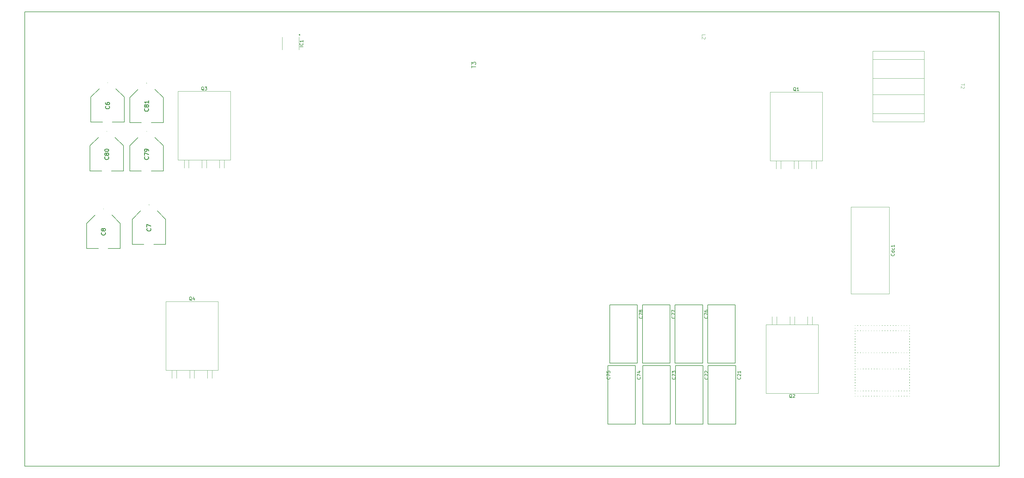
<source format=gbr>
%TF.GenerationSoftware,KiCad,Pcbnew,9.0.3*%
%TF.CreationDate,2025-09-15T08:34:33+02:00*%
%TF.ProjectId,TEST_creat_foder,54455354-5f63-4726-9561-745f666f6465,rev?*%
%TF.SameCoordinates,Original*%
%TF.FileFunction,Legend,Top*%
%TF.FilePolarity,Positive*%
%FSLAX46Y46*%
G04 Gerber Fmt 4.6, Leading zero omitted, Abs format (unit mm)*
G04 Created by KiCad (PCBNEW 9.0.3) date 2025-09-15 08:34:33*
%MOMM*%
%LPD*%
G01*
G04 APERTURE LIST*
%ADD10C,0.200000*%
%ADD11C,0.150000*%
%ADD12C,0.254000*%
%ADD13C,0.100000*%
%ADD14C,0.127000*%
%ADD15C,0.120000*%
G04 APERTURE END LIST*
D10*
X335150000Y-176350000D02*
X335110000Y-176350000D01*
X334310000Y-176350000D02*
X334270000Y-176350000D01*
X333470000Y-176350000D02*
X333430000Y-176350000D01*
X332630000Y-176350000D02*
X332590000Y-176350000D01*
X331790000Y-176350000D02*
X331750000Y-176350000D01*
X330950000Y-176350000D02*
X330910000Y-176350000D01*
X330110000Y-176350000D02*
X330070000Y-176350000D01*
X329270000Y-176350000D02*
X329230000Y-176350000D01*
X328430000Y-176350000D02*
X328390000Y-176350000D01*
X327590000Y-176350000D02*
X327550000Y-176350000D01*
X326750000Y-176350000D02*
X326710000Y-176350000D01*
X325910000Y-176350000D02*
X325870000Y-176350000D01*
X325070000Y-176350000D02*
X325030000Y-176350000D01*
X324230000Y-176350000D02*
X324190000Y-176350000D01*
X323390000Y-176350000D02*
X323350000Y-176350000D01*
X322550000Y-176350000D02*
X322510000Y-176350000D01*
X321710000Y-176350000D02*
X321670000Y-176350000D01*
X320870000Y-176350000D02*
X320830000Y-176350000D01*
X320030000Y-176350000D02*
X319990000Y-176350000D01*
X319190000Y-176350000D02*
X319150000Y-176350000D01*
X318350000Y-176350000D02*
X318350000Y-176350000D01*
X318350000Y-176350000D02*
X318350000Y-176390000D01*
X318350000Y-177190000D02*
X318350000Y-177230000D01*
X318350000Y-178030000D02*
X318350000Y-178070000D01*
X318350000Y-178870000D02*
X318350000Y-178910000D01*
X318350000Y-179710000D02*
X318350000Y-179750000D01*
X318350000Y-180550000D02*
X318350000Y-180590000D01*
X318350000Y-181390000D02*
X318350000Y-181430000D01*
X318350000Y-182230000D02*
X318350000Y-182270000D01*
X318350000Y-183070000D02*
X318350000Y-183110000D01*
X318350000Y-183910000D02*
X318350000Y-183950000D01*
X318350000Y-184750000D02*
X318350000Y-184790000D01*
X318350000Y-185590000D02*
X318350000Y-185630000D01*
X318350000Y-186430000D02*
X318350000Y-186470000D01*
X318350000Y-187270000D02*
X318350000Y-187310000D01*
X318350000Y-188110000D02*
X318350000Y-188150000D01*
X318350000Y-188950000D02*
X318350000Y-188990000D01*
X318350000Y-189790000D02*
X318350000Y-189830000D01*
X318350000Y-190630000D02*
X318350000Y-190670000D01*
X318350000Y-191470000D02*
X318350000Y-191510000D01*
X318350000Y-192310000D02*
X318350000Y-192350000D01*
X318350000Y-193150000D02*
X318350000Y-193190000D01*
X318350000Y-193990000D02*
X318350000Y-194030000D01*
X318350000Y-194830000D02*
X318350000Y-194870000D01*
X318350000Y-195670000D02*
X318350000Y-195710000D01*
X318350000Y-196510000D02*
X318350000Y-196550000D01*
X318350000Y-197350000D02*
X318350000Y-197390000D01*
X318350000Y-198150000D02*
X318390000Y-198150000D01*
X319190000Y-198150000D02*
X319230000Y-198150000D01*
X320030000Y-198150000D02*
X320070000Y-198150000D01*
X320870000Y-198150000D02*
X320910000Y-198150000D01*
X321710000Y-198150000D02*
X321750000Y-198150000D01*
X322550000Y-198150000D02*
X322590000Y-198150000D01*
X323390000Y-198150000D02*
X323430000Y-198150000D01*
X324230000Y-198150000D02*
X324270000Y-198150000D01*
X325070000Y-198150000D02*
X325110000Y-198150000D01*
X325910000Y-198150000D02*
X325950000Y-198150000D01*
X326750000Y-198150000D02*
X326790000Y-198150000D01*
X327590000Y-198150000D02*
X327630000Y-198150000D01*
X328430000Y-198150000D02*
X328470000Y-198150000D01*
X329270000Y-198150000D02*
X329310000Y-198150000D01*
X330110000Y-198150000D02*
X330150000Y-198150000D01*
X330950000Y-198150000D02*
X330990000Y-198150000D01*
X331790000Y-198150000D02*
X331830000Y-198150000D01*
X332630000Y-198150000D02*
X332670000Y-198150000D01*
X333470000Y-198150000D02*
X333510000Y-198150000D01*
X334310000Y-198150000D02*
X334350000Y-198150000D01*
X335150000Y-198150000D02*
X335150000Y-198150000D01*
X335150000Y-198150000D02*
X335150000Y-198110000D01*
X335150000Y-197310000D02*
X335150000Y-197270000D01*
X335150000Y-196470000D02*
X335150000Y-196430000D01*
X335150000Y-195630000D02*
X335150000Y-195590000D01*
X335150000Y-194790000D02*
X335150000Y-194750000D01*
X335150000Y-193950000D02*
X335150000Y-193910000D01*
X335150000Y-193110000D02*
X335150000Y-193070000D01*
X335150000Y-192270000D02*
X335150000Y-192230000D01*
X335150000Y-191430000D02*
X335150000Y-191390000D01*
X335150000Y-190590000D02*
X335150000Y-190550000D01*
X335150000Y-189750000D02*
X335150000Y-189710000D01*
X335150000Y-188910000D02*
X335150000Y-188870000D01*
X335150000Y-188070000D02*
X335150000Y-188030000D01*
X335150000Y-187230000D02*
X335150000Y-187190000D01*
X335150000Y-186390000D02*
X335150000Y-186350000D01*
X335150000Y-185550000D02*
X335150000Y-185510000D01*
X335150000Y-184710000D02*
X335150000Y-184670000D01*
X335150000Y-183870000D02*
X335150000Y-183830000D01*
X335150000Y-183030000D02*
X335150000Y-182990000D01*
X335150000Y-182190000D02*
X335150000Y-182150000D01*
X335150000Y-181350000D02*
X335150000Y-181310000D01*
X335150000Y-180510000D02*
X335150000Y-180470000D01*
X335150000Y-179670000D02*
X335150000Y-179630000D01*
X335150000Y-178830000D02*
X335150000Y-178790000D01*
X335150000Y-177990000D02*
X335150000Y-177950000D01*
X335150000Y-177150000D02*
X335150000Y-177110000D01*
X335150000Y-184750000D02*
X335110000Y-184750000D01*
X334310000Y-184750000D02*
X334270000Y-184750000D01*
X333470000Y-184750000D02*
X333430000Y-184750000D01*
X332630000Y-184750000D02*
X332590000Y-184750000D01*
X331790000Y-184750000D02*
X331750000Y-184750000D01*
X330950000Y-184750000D02*
X330910000Y-184750000D01*
X330110000Y-184750000D02*
X330070000Y-184750000D01*
X329270000Y-184750000D02*
X329230000Y-184750000D01*
X328430000Y-184750000D02*
X328390000Y-184750000D01*
X327590000Y-184750000D02*
X327550000Y-184750000D01*
X326750000Y-184750000D02*
X326710000Y-184750000D01*
X325910000Y-184750000D02*
X325870000Y-184750000D01*
X325070000Y-184750000D02*
X325030000Y-184750000D01*
X324230000Y-184750000D02*
X324190000Y-184750000D01*
X323390000Y-184750000D02*
X323350000Y-184750000D01*
X322550000Y-184750000D02*
X322510000Y-184750000D01*
X321710000Y-184750000D02*
X321670000Y-184750000D01*
X320870000Y-184750000D02*
X320830000Y-184750000D01*
X320030000Y-184750000D02*
X319990000Y-184750000D01*
X319190000Y-184750000D02*
X319150000Y-184750000D01*
X318350000Y-184750000D02*
X318350000Y-184750000D01*
X318350000Y-184750000D02*
X318350000Y-184790000D01*
X318350000Y-185590000D02*
X318350000Y-185630000D01*
X318350000Y-186430000D02*
X318350000Y-186470000D01*
X318350000Y-187270000D02*
X318350000Y-187310000D01*
X318350000Y-188110000D02*
X318350000Y-188150000D01*
X318350000Y-188950000D02*
X318350000Y-188990000D01*
X318350000Y-189750000D02*
X318390000Y-189750000D01*
X319190000Y-189750000D02*
X319230000Y-189750000D01*
X320030000Y-189750000D02*
X320070000Y-189750000D01*
X320870000Y-189750000D02*
X320910000Y-189750000D01*
X321710000Y-189750000D02*
X321750000Y-189750000D01*
X322550000Y-189750000D02*
X322590000Y-189750000D01*
X323390000Y-189750000D02*
X323430000Y-189750000D01*
X324230000Y-189750000D02*
X324270000Y-189750000D01*
X325070000Y-189750000D02*
X325110000Y-189750000D01*
X325910000Y-189750000D02*
X325950000Y-189750000D01*
X326750000Y-189750000D02*
X326790000Y-189750000D01*
X327590000Y-189750000D02*
X327630000Y-189750000D01*
X328430000Y-189750000D02*
X328470000Y-189750000D01*
X329270000Y-189750000D02*
X329310000Y-189750000D01*
X330110000Y-189750000D02*
X330150000Y-189750000D01*
X330950000Y-189750000D02*
X330990000Y-189750000D01*
X331790000Y-189750000D02*
X331830000Y-189750000D01*
X332630000Y-189750000D02*
X332670000Y-189750000D01*
X333470000Y-189750000D02*
X333510000Y-189750000D01*
X334310000Y-189750000D02*
X334350000Y-189750000D01*
X335150000Y-189750000D02*
X335150000Y-189750000D01*
X335150000Y-189750000D02*
X335150000Y-189710000D01*
X335150000Y-188910000D02*
X335150000Y-188870000D01*
X335150000Y-188070000D02*
X335150000Y-188030000D01*
X335150000Y-187230000D02*
X335150000Y-187190000D01*
X335150000Y-186390000D02*
X335150000Y-186350000D01*
X335150000Y-185550000D02*
X335150000Y-185510000D01*
X62750000Y-79750000D02*
X362750000Y-79750000D01*
X362750000Y-219750000D01*
X62750000Y-219750000D01*
X62750000Y-79750000D01*
X335150000Y-177950000D02*
X335110000Y-177950000D01*
X334310000Y-177950000D02*
X334270000Y-177950000D01*
X333470000Y-177950000D02*
X333430000Y-177950000D01*
X332630000Y-177950000D02*
X332590000Y-177950000D01*
X331790000Y-177950000D02*
X331750000Y-177950000D01*
X330950000Y-177950000D02*
X330910000Y-177950000D01*
X330110000Y-177950000D02*
X330070000Y-177950000D01*
X329270000Y-177950000D02*
X329230000Y-177950000D01*
X328430000Y-177950000D02*
X328390000Y-177950000D01*
X327590000Y-177950000D02*
X327550000Y-177950000D01*
X326750000Y-177950000D02*
X326710000Y-177950000D01*
X325910000Y-177950000D02*
X325870000Y-177950000D01*
X325070000Y-177950000D02*
X325030000Y-177950000D01*
X324230000Y-177950000D02*
X324190000Y-177950000D01*
X323390000Y-177950000D02*
X323350000Y-177950000D01*
X322550000Y-177950000D02*
X322510000Y-177950000D01*
X321710000Y-177950000D02*
X321670000Y-177950000D01*
X320870000Y-177950000D02*
X320830000Y-177950000D01*
X320030000Y-177950000D02*
X319990000Y-177950000D01*
X319190000Y-177950000D02*
X319150000Y-177950000D01*
X318350000Y-177950000D02*
X318350000Y-177950000D01*
X318350000Y-177950000D02*
X318350000Y-177990000D01*
X318350000Y-178790000D02*
X318350000Y-178830000D01*
X318350000Y-179630000D02*
X318350000Y-179670000D01*
X318350000Y-180470000D02*
X318350000Y-180510000D01*
X318350000Y-181310000D02*
X318350000Y-181350000D01*
X318350000Y-182150000D02*
X318350000Y-182190000D01*
X318350000Y-182990000D02*
X318350000Y-183030000D01*
X318350000Y-183830000D02*
X318350000Y-183870000D01*
X318350000Y-184670000D02*
X318350000Y-184710000D01*
X318350000Y-185510000D02*
X318350000Y-185550000D01*
X318350000Y-186350000D02*
X318350000Y-186390000D01*
X318350000Y-187190000D02*
X318350000Y-187230000D01*
X318350000Y-188030000D02*
X318350000Y-188070000D01*
X318350000Y-188870000D02*
X318350000Y-188910000D01*
X318350000Y-189710000D02*
X318350000Y-189750000D01*
X318350000Y-190550000D02*
X318350000Y-190590000D01*
X318350000Y-191390000D02*
X318350000Y-191430000D01*
X318350000Y-192230000D02*
X318350000Y-192270000D01*
X318350000Y-193070000D02*
X318350000Y-193110000D01*
X318350000Y-193910000D02*
X318350000Y-193950000D01*
X318350000Y-194750000D02*
X318350000Y-194790000D01*
X318350000Y-195590000D02*
X318350000Y-195630000D01*
X318350000Y-196430000D02*
X318350000Y-196470000D01*
X318350000Y-196550000D02*
X318390000Y-196550000D01*
X319190000Y-196550000D02*
X319230000Y-196550000D01*
X320030000Y-196550000D02*
X320070000Y-196550000D01*
X320870000Y-196550000D02*
X320910000Y-196550000D01*
X321710000Y-196550000D02*
X321750000Y-196550000D01*
X322550000Y-196550000D02*
X322590000Y-196550000D01*
X323390000Y-196550000D02*
X323430000Y-196550000D01*
X324230000Y-196550000D02*
X324270000Y-196550000D01*
X325070000Y-196550000D02*
X325110000Y-196550000D01*
X325910000Y-196550000D02*
X325950000Y-196550000D01*
X326750000Y-196550000D02*
X326790000Y-196550000D01*
X327590000Y-196550000D02*
X327630000Y-196550000D01*
X328430000Y-196550000D02*
X328470000Y-196550000D01*
X329270000Y-196550000D02*
X329310000Y-196550000D01*
X330110000Y-196550000D02*
X330150000Y-196550000D01*
X330950000Y-196550000D02*
X330990000Y-196550000D01*
X331790000Y-196550000D02*
X331830000Y-196550000D01*
X332630000Y-196550000D02*
X332670000Y-196550000D01*
X333470000Y-196550000D02*
X333510000Y-196550000D01*
X334310000Y-196550000D02*
X334350000Y-196550000D01*
X335150000Y-196550000D02*
X335150000Y-196550000D01*
X335150000Y-196550000D02*
X335150000Y-196510000D01*
X335150000Y-195710000D02*
X335150000Y-195670000D01*
X335150000Y-194870000D02*
X335150000Y-194830000D01*
X335150000Y-194030000D02*
X335150000Y-193990000D01*
X335150000Y-193190000D02*
X335150000Y-193150000D01*
X335150000Y-192350000D02*
X335150000Y-192310000D01*
X335150000Y-191510000D02*
X335150000Y-191470000D01*
X335150000Y-190670000D02*
X335150000Y-190630000D01*
X335150000Y-189830000D02*
X335150000Y-189790000D01*
X335150000Y-188990000D02*
X335150000Y-188950000D01*
X335150000Y-188150000D02*
X335150000Y-188110000D01*
X335150000Y-187310000D02*
X335150000Y-187270000D01*
X335150000Y-186470000D02*
X335150000Y-186430000D01*
X335150000Y-185630000D02*
X335150000Y-185590000D01*
X335150000Y-184790000D02*
X335150000Y-184750000D01*
X335150000Y-183950000D02*
X335150000Y-183910000D01*
X335150000Y-183110000D02*
X335150000Y-183070000D01*
X335150000Y-182270000D02*
X335150000Y-182230000D01*
X335150000Y-181430000D02*
X335150000Y-181390000D01*
X335150000Y-180590000D02*
X335150000Y-180550000D01*
X335150000Y-179750000D02*
X335150000Y-179710000D01*
X335150000Y-178910000D02*
X335150000Y-178870000D01*
X335150000Y-178070000D02*
X335150000Y-178030000D01*
D11*
X252794580Y-173567857D02*
X252842200Y-173615476D01*
X252842200Y-173615476D02*
X252889819Y-173758333D01*
X252889819Y-173758333D02*
X252889819Y-173853571D01*
X252889819Y-173853571D02*
X252842200Y-173996428D01*
X252842200Y-173996428D02*
X252746961Y-174091666D01*
X252746961Y-174091666D02*
X252651723Y-174139285D01*
X252651723Y-174139285D02*
X252461247Y-174186904D01*
X252461247Y-174186904D02*
X252318390Y-174186904D01*
X252318390Y-174186904D02*
X252127914Y-174139285D01*
X252127914Y-174139285D02*
X252032676Y-174091666D01*
X252032676Y-174091666D02*
X251937438Y-173996428D01*
X251937438Y-173996428D02*
X251889819Y-173853571D01*
X251889819Y-173853571D02*
X251889819Y-173758333D01*
X251889819Y-173758333D02*
X251937438Y-173615476D01*
X251937438Y-173615476D02*
X251985057Y-173567857D01*
X251889819Y-173234523D02*
X251889819Y-172567857D01*
X251889819Y-172567857D02*
X252889819Y-172996428D01*
X252318390Y-172044047D02*
X252270771Y-172139285D01*
X252270771Y-172139285D02*
X252223152Y-172186904D01*
X252223152Y-172186904D02*
X252127914Y-172234523D01*
X252127914Y-172234523D02*
X252080295Y-172234523D01*
X252080295Y-172234523D02*
X251985057Y-172186904D01*
X251985057Y-172186904D02*
X251937438Y-172139285D01*
X251937438Y-172139285D02*
X251889819Y-172044047D01*
X251889819Y-172044047D02*
X251889819Y-171853571D01*
X251889819Y-171853571D02*
X251937438Y-171758333D01*
X251937438Y-171758333D02*
X251985057Y-171710714D01*
X251985057Y-171710714D02*
X252080295Y-171663095D01*
X252080295Y-171663095D02*
X252127914Y-171663095D01*
X252127914Y-171663095D02*
X252223152Y-171710714D01*
X252223152Y-171710714D02*
X252270771Y-171758333D01*
X252270771Y-171758333D02*
X252318390Y-171853571D01*
X252318390Y-171853571D02*
X252318390Y-172044047D01*
X252318390Y-172044047D02*
X252366009Y-172139285D01*
X252366009Y-172139285D02*
X252413628Y-172186904D01*
X252413628Y-172186904D02*
X252508866Y-172234523D01*
X252508866Y-172234523D02*
X252699342Y-172234523D01*
X252699342Y-172234523D02*
X252794580Y-172186904D01*
X252794580Y-172186904D02*
X252842200Y-172139285D01*
X252842200Y-172139285D02*
X252889819Y-172044047D01*
X252889819Y-172044047D02*
X252889819Y-171853571D01*
X252889819Y-171853571D02*
X252842200Y-171758333D01*
X252842200Y-171758333D02*
X252794580Y-171710714D01*
X252794580Y-171710714D02*
X252699342Y-171663095D01*
X252699342Y-171663095D02*
X252508866Y-171663095D01*
X252508866Y-171663095D02*
X252413628Y-171710714D01*
X252413628Y-171710714D02*
X252366009Y-171758333D01*
X252366009Y-171758333D02*
X252318390Y-171853571D01*
D12*
X101453365Y-146461666D02*
X101513842Y-146522142D01*
X101513842Y-146522142D02*
X101574318Y-146703571D01*
X101574318Y-146703571D02*
X101574318Y-146824523D01*
X101574318Y-146824523D02*
X101513842Y-147005952D01*
X101513842Y-147005952D02*
X101392889Y-147126904D01*
X101392889Y-147126904D02*
X101271937Y-147187381D01*
X101271937Y-147187381D02*
X101030032Y-147247857D01*
X101030032Y-147247857D02*
X100848603Y-147247857D01*
X100848603Y-147247857D02*
X100606699Y-147187381D01*
X100606699Y-147187381D02*
X100485746Y-147126904D01*
X100485746Y-147126904D02*
X100364794Y-147005952D01*
X100364794Y-147005952D02*
X100304318Y-146824523D01*
X100304318Y-146824523D02*
X100304318Y-146703571D01*
X100304318Y-146703571D02*
X100364794Y-146522142D01*
X100364794Y-146522142D02*
X100425270Y-146461666D01*
X100304318Y-146038333D02*
X100304318Y-145191666D01*
X100304318Y-145191666D02*
X101574318Y-145735952D01*
D11*
X300154761Y-104180057D02*
X300059523Y-104132438D01*
X300059523Y-104132438D02*
X299964285Y-104037200D01*
X299964285Y-104037200D02*
X299821428Y-103894342D01*
X299821428Y-103894342D02*
X299726190Y-103846723D01*
X299726190Y-103846723D02*
X299630952Y-103846723D01*
X299678571Y-104084819D02*
X299583333Y-104037200D01*
X299583333Y-104037200D02*
X299488095Y-103941961D01*
X299488095Y-103941961D02*
X299440476Y-103751485D01*
X299440476Y-103751485D02*
X299440476Y-103418152D01*
X299440476Y-103418152D02*
X299488095Y-103227676D01*
X299488095Y-103227676D02*
X299583333Y-103132438D01*
X299583333Y-103132438D02*
X299678571Y-103084819D01*
X299678571Y-103084819D02*
X299869047Y-103084819D01*
X299869047Y-103084819D02*
X299964285Y-103132438D01*
X299964285Y-103132438D02*
X300059523Y-103227676D01*
X300059523Y-103227676D02*
X300107142Y-103418152D01*
X300107142Y-103418152D02*
X300107142Y-103751485D01*
X300107142Y-103751485D02*
X300059523Y-103941961D01*
X300059523Y-103941961D02*
X299964285Y-104037200D01*
X299964285Y-104037200D02*
X299869047Y-104084819D01*
X299869047Y-104084819D02*
X299678571Y-104084819D01*
X301059523Y-104084819D02*
X300488095Y-104084819D01*
X300773809Y-104084819D02*
X300773809Y-103084819D01*
X300773809Y-103084819D02*
X300678571Y-103227676D01*
X300678571Y-103227676D02*
X300583333Y-103322914D01*
X300583333Y-103322914D02*
X300488095Y-103370533D01*
X252194580Y-192317857D02*
X252242200Y-192365476D01*
X252242200Y-192365476D02*
X252289819Y-192508333D01*
X252289819Y-192508333D02*
X252289819Y-192603571D01*
X252289819Y-192603571D02*
X252242200Y-192746428D01*
X252242200Y-192746428D02*
X252146961Y-192841666D01*
X252146961Y-192841666D02*
X252051723Y-192889285D01*
X252051723Y-192889285D02*
X251861247Y-192936904D01*
X251861247Y-192936904D02*
X251718390Y-192936904D01*
X251718390Y-192936904D02*
X251527914Y-192889285D01*
X251527914Y-192889285D02*
X251432676Y-192841666D01*
X251432676Y-192841666D02*
X251337438Y-192746428D01*
X251337438Y-192746428D02*
X251289819Y-192603571D01*
X251289819Y-192603571D02*
X251289819Y-192508333D01*
X251289819Y-192508333D02*
X251337438Y-192365476D01*
X251337438Y-192365476D02*
X251385057Y-192317857D01*
X251289819Y-191984523D02*
X251289819Y-191317857D01*
X251289819Y-191317857D02*
X252289819Y-191746428D01*
X251623152Y-190508333D02*
X252289819Y-190508333D01*
X251242200Y-190746428D02*
X251956485Y-190984523D01*
X251956485Y-190984523D02*
X251956485Y-190365476D01*
X272894580Y-173567857D02*
X272942200Y-173615476D01*
X272942200Y-173615476D02*
X272989819Y-173758333D01*
X272989819Y-173758333D02*
X272989819Y-173853571D01*
X272989819Y-173853571D02*
X272942200Y-173996428D01*
X272942200Y-173996428D02*
X272846961Y-174091666D01*
X272846961Y-174091666D02*
X272751723Y-174139285D01*
X272751723Y-174139285D02*
X272561247Y-174186904D01*
X272561247Y-174186904D02*
X272418390Y-174186904D01*
X272418390Y-174186904D02*
X272227914Y-174139285D01*
X272227914Y-174139285D02*
X272132676Y-174091666D01*
X272132676Y-174091666D02*
X272037438Y-173996428D01*
X272037438Y-173996428D02*
X271989819Y-173853571D01*
X271989819Y-173853571D02*
X271989819Y-173758333D01*
X271989819Y-173758333D02*
X272037438Y-173615476D01*
X272037438Y-173615476D02*
X272085057Y-173567857D01*
X271989819Y-173234523D02*
X271989819Y-172567857D01*
X271989819Y-172567857D02*
X272989819Y-172996428D01*
X271989819Y-171758333D02*
X271989819Y-171948809D01*
X271989819Y-171948809D02*
X272037438Y-172044047D01*
X272037438Y-172044047D02*
X272085057Y-172091666D01*
X272085057Y-172091666D02*
X272227914Y-172186904D01*
X272227914Y-172186904D02*
X272418390Y-172234523D01*
X272418390Y-172234523D02*
X272799342Y-172234523D01*
X272799342Y-172234523D02*
X272894580Y-172186904D01*
X272894580Y-172186904D02*
X272942200Y-172139285D01*
X272942200Y-172139285D02*
X272989819Y-172044047D01*
X272989819Y-172044047D02*
X272989819Y-171853571D01*
X272989819Y-171853571D02*
X272942200Y-171758333D01*
X272942200Y-171758333D02*
X272894580Y-171710714D01*
X272894580Y-171710714D02*
X272799342Y-171663095D01*
X272799342Y-171663095D02*
X272561247Y-171663095D01*
X272561247Y-171663095D02*
X272466009Y-171710714D01*
X272466009Y-171710714D02*
X272418390Y-171758333D01*
X272418390Y-171758333D02*
X272370771Y-171853571D01*
X272370771Y-171853571D02*
X272370771Y-172044047D01*
X272370771Y-172044047D02*
X272418390Y-172139285D01*
X272418390Y-172139285D02*
X272466009Y-172186904D01*
X272466009Y-172186904D02*
X272561247Y-172234523D01*
D12*
X100703365Y-109566428D02*
X100763842Y-109626904D01*
X100763842Y-109626904D02*
X100824318Y-109808333D01*
X100824318Y-109808333D02*
X100824318Y-109929285D01*
X100824318Y-109929285D02*
X100763842Y-110110714D01*
X100763842Y-110110714D02*
X100642889Y-110231666D01*
X100642889Y-110231666D02*
X100521937Y-110292143D01*
X100521937Y-110292143D02*
X100280032Y-110352619D01*
X100280032Y-110352619D02*
X100098603Y-110352619D01*
X100098603Y-110352619D02*
X99856699Y-110292143D01*
X99856699Y-110292143D02*
X99735746Y-110231666D01*
X99735746Y-110231666D02*
X99614794Y-110110714D01*
X99614794Y-110110714D02*
X99554318Y-109929285D01*
X99554318Y-109929285D02*
X99554318Y-109808333D01*
X99554318Y-109808333D02*
X99614794Y-109626904D01*
X99614794Y-109626904D02*
X99675270Y-109566428D01*
X100098603Y-108840714D02*
X100038127Y-108961666D01*
X100038127Y-108961666D02*
X99977651Y-109022143D01*
X99977651Y-109022143D02*
X99856699Y-109082619D01*
X99856699Y-109082619D02*
X99796222Y-109082619D01*
X99796222Y-109082619D02*
X99675270Y-109022143D01*
X99675270Y-109022143D02*
X99614794Y-108961666D01*
X99614794Y-108961666D02*
X99554318Y-108840714D01*
X99554318Y-108840714D02*
X99554318Y-108598809D01*
X99554318Y-108598809D02*
X99614794Y-108477857D01*
X99614794Y-108477857D02*
X99675270Y-108417381D01*
X99675270Y-108417381D02*
X99796222Y-108356904D01*
X99796222Y-108356904D02*
X99856699Y-108356904D01*
X99856699Y-108356904D02*
X99977651Y-108417381D01*
X99977651Y-108417381D02*
X100038127Y-108477857D01*
X100038127Y-108477857D02*
X100098603Y-108598809D01*
X100098603Y-108598809D02*
X100098603Y-108840714D01*
X100098603Y-108840714D02*
X100159080Y-108961666D01*
X100159080Y-108961666D02*
X100219556Y-109022143D01*
X100219556Y-109022143D02*
X100340508Y-109082619D01*
X100340508Y-109082619D02*
X100582413Y-109082619D01*
X100582413Y-109082619D02*
X100703365Y-109022143D01*
X100703365Y-109022143D02*
X100763842Y-108961666D01*
X100763842Y-108961666D02*
X100824318Y-108840714D01*
X100824318Y-108840714D02*
X100824318Y-108598809D01*
X100824318Y-108598809D02*
X100763842Y-108477857D01*
X100763842Y-108477857D02*
X100703365Y-108417381D01*
X100703365Y-108417381D02*
X100582413Y-108356904D01*
X100582413Y-108356904D02*
X100340508Y-108356904D01*
X100340508Y-108356904D02*
X100219556Y-108417381D01*
X100219556Y-108417381D02*
X100159080Y-108477857D01*
X100159080Y-108477857D02*
X100098603Y-108598809D01*
X100824318Y-107147380D02*
X100824318Y-107873095D01*
X100824318Y-107510238D02*
X99554318Y-107510238D01*
X99554318Y-107510238D02*
X99735746Y-107631190D01*
X99735746Y-107631190D02*
X99856699Y-107752142D01*
X99856699Y-107752142D02*
X99917175Y-107873095D01*
X100703365Y-124416428D02*
X100763842Y-124476904D01*
X100763842Y-124476904D02*
X100824318Y-124658333D01*
X100824318Y-124658333D02*
X100824318Y-124779285D01*
X100824318Y-124779285D02*
X100763842Y-124960714D01*
X100763842Y-124960714D02*
X100642889Y-125081666D01*
X100642889Y-125081666D02*
X100521937Y-125142143D01*
X100521937Y-125142143D02*
X100280032Y-125202619D01*
X100280032Y-125202619D02*
X100098603Y-125202619D01*
X100098603Y-125202619D02*
X99856699Y-125142143D01*
X99856699Y-125142143D02*
X99735746Y-125081666D01*
X99735746Y-125081666D02*
X99614794Y-124960714D01*
X99614794Y-124960714D02*
X99554318Y-124779285D01*
X99554318Y-124779285D02*
X99554318Y-124658333D01*
X99554318Y-124658333D02*
X99614794Y-124476904D01*
X99614794Y-124476904D02*
X99675270Y-124416428D01*
X99554318Y-123993095D02*
X99554318Y-123146428D01*
X99554318Y-123146428D02*
X100824318Y-123690714D01*
X100824318Y-122602142D02*
X100824318Y-122360238D01*
X100824318Y-122360238D02*
X100763842Y-122239285D01*
X100763842Y-122239285D02*
X100703365Y-122178809D01*
X100703365Y-122178809D02*
X100521937Y-122057857D01*
X100521937Y-122057857D02*
X100280032Y-121997380D01*
X100280032Y-121997380D02*
X99796222Y-121997380D01*
X99796222Y-121997380D02*
X99675270Y-122057857D01*
X99675270Y-122057857D02*
X99614794Y-122118333D01*
X99614794Y-122118333D02*
X99554318Y-122239285D01*
X99554318Y-122239285D02*
X99554318Y-122481190D01*
X99554318Y-122481190D02*
X99614794Y-122602142D01*
X99614794Y-122602142D02*
X99675270Y-122662619D01*
X99675270Y-122662619D02*
X99796222Y-122723095D01*
X99796222Y-122723095D02*
X100098603Y-122723095D01*
X100098603Y-122723095D02*
X100219556Y-122662619D01*
X100219556Y-122662619D02*
X100280032Y-122602142D01*
X100280032Y-122602142D02*
X100340508Y-122481190D01*
X100340508Y-122481190D02*
X100340508Y-122239285D01*
X100340508Y-122239285D02*
X100280032Y-122118333D01*
X100280032Y-122118333D02*
X100219556Y-122057857D01*
X100219556Y-122057857D02*
X100098603Y-121997380D01*
D11*
X148449819Y-90501189D02*
X147449819Y-90501189D01*
X148354580Y-89453571D02*
X148402200Y-89501190D01*
X148402200Y-89501190D02*
X148449819Y-89644047D01*
X148449819Y-89644047D02*
X148449819Y-89739285D01*
X148449819Y-89739285D02*
X148402200Y-89882142D01*
X148402200Y-89882142D02*
X148306961Y-89977380D01*
X148306961Y-89977380D02*
X148211723Y-90024999D01*
X148211723Y-90024999D02*
X148021247Y-90072618D01*
X148021247Y-90072618D02*
X147878390Y-90072618D01*
X147878390Y-90072618D02*
X147687914Y-90024999D01*
X147687914Y-90024999D02*
X147592676Y-89977380D01*
X147592676Y-89977380D02*
X147497438Y-89882142D01*
X147497438Y-89882142D02*
X147449819Y-89739285D01*
X147449819Y-89739285D02*
X147449819Y-89644047D01*
X147449819Y-89644047D02*
X147497438Y-89501190D01*
X147497438Y-89501190D02*
X147545057Y-89453571D01*
X148449819Y-88501190D02*
X148449819Y-89072618D01*
X148449819Y-88786904D02*
X147449819Y-88786904D01*
X147449819Y-88786904D02*
X147592676Y-88882142D01*
X147592676Y-88882142D02*
X147687914Y-88977380D01*
X147687914Y-88977380D02*
X147735533Y-89072618D01*
X117904761Y-103960057D02*
X117809523Y-103912438D01*
X117809523Y-103912438D02*
X117714285Y-103817200D01*
X117714285Y-103817200D02*
X117571428Y-103674342D01*
X117571428Y-103674342D02*
X117476190Y-103626723D01*
X117476190Y-103626723D02*
X117380952Y-103626723D01*
X117428571Y-103864819D02*
X117333333Y-103817200D01*
X117333333Y-103817200D02*
X117238095Y-103721961D01*
X117238095Y-103721961D02*
X117190476Y-103531485D01*
X117190476Y-103531485D02*
X117190476Y-103198152D01*
X117190476Y-103198152D02*
X117238095Y-103007676D01*
X117238095Y-103007676D02*
X117333333Y-102912438D01*
X117333333Y-102912438D02*
X117428571Y-102864819D01*
X117428571Y-102864819D02*
X117619047Y-102864819D01*
X117619047Y-102864819D02*
X117714285Y-102912438D01*
X117714285Y-102912438D02*
X117809523Y-103007676D01*
X117809523Y-103007676D02*
X117857142Y-103198152D01*
X117857142Y-103198152D02*
X117857142Y-103531485D01*
X117857142Y-103531485D02*
X117809523Y-103721961D01*
X117809523Y-103721961D02*
X117714285Y-103817200D01*
X117714285Y-103817200D02*
X117619047Y-103864819D01*
X117619047Y-103864819D02*
X117428571Y-103864819D01*
X118190476Y-102864819D02*
X118809523Y-102864819D01*
X118809523Y-102864819D02*
X118476190Y-103245771D01*
X118476190Y-103245771D02*
X118619047Y-103245771D01*
X118619047Y-103245771D02*
X118714285Y-103293390D01*
X118714285Y-103293390D02*
X118761904Y-103341009D01*
X118761904Y-103341009D02*
X118809523Y-103436247D01*
X118809523Y-103436247D02*
X118809523Y-103674342D01*
X118809523Y-103674342D02*
X118761904Y-103769580D01*
X118761904Y-103769580D02*
X118714285Y-103817200D01*
X118714285Y-103817200D02*
X118619047Y-103864819D01*
X118619047Y-103864819D02*
X118333333Y-103864819D01*
X118333333Y-103864819D02*
X118238095Y-103817200D01*
X118238095Y-103817200D02*
X118190476Y-103769580D01*
D12*
X88453365Y-124416428D02*
X88513842Y-124476904D01*
X88513842Y-124476904D02*
X88574318Y-124658333D01*
X88574318Y-124658333D02*
X88574318Y-124779285D01*
X88574318Y-124779285D02*
X88513842Y-124960714D01*
X88513842Y-124960714D02*
X88392889Y-125081666D01*
X88392889Y-125081666D02*
X88271937Y-125142143D01*
X88271937Y-125142143D02*
X88030032Y-125202619D01*
X88030032Y-125202619D02*
X87848603Y-125202619D01*
X87848603Y-125202619D02*
X87606699Y-125142143D01*
X87606699Y-125142143D02*
X87485746Y-125081666D01*
X87485746Y-125081666D02*
X87364794Y-124960714D01*
X87364794Y-124960714D02*
X87304318Y-124779285D01*
X87304318Y-124779285D02*
X87304318Y-124658333D01*
X87304318Y-124658333D02*
X87364794Y-124476904D01*
X87364794Y-124476904D02*
X87425270Y-124416428D01*
X87848603Y-123690714D02*
X87788127Y-123811666D01*
X87788127Y-123811666D02*
X87727651Y-123872143D01*
X87727651Y-123872143D02*
X87606699Y-123932619D01*
X87606699Y-123932619D02*
X87546222Y-123932619D01*
X87546222Y-123932619D02*
X87425270Y-123872143D01*
X87425270Y-123872143D02*
X87364794Y-123811666D01*
X87364794Y-123811666D02*
X87304318Y-123690714D01*
X87304318Y-123690714D02*
X87304318Y-123448809D01*
X87304318Y-123448809D02*
X87364794Y-123327857D01*
X87364794Y-123327857D02*
X87425270Y-123267381D01*
X87425270Y-123267381D02*
X87546222Y-123206904D01*
X87546222Y-123206904D02*
X87606699Y-123206904D01*
X87606699Y-123206904D02*
X87727651Y-123267381D01*
X87727651Y-123267381D02*
X87788127Y-123327857D01*
X87788127Y-123327857D02*
X87848603Y-123448809D01*
X87848603Y-123448809D02*
X87848603Y-123690714D01*
X87848603Y-123690714D02*
X87909080Y-123811666D01*
X87909080Y-123811666D02*
X87969556Y-123872143D01*
X87969556Y-123872143D02*
X88090508Y-123932619D01*
X88090508Y-123932619D02*
X88332413Y-123932619D01*
X88332413Y-123932619D02*
X88453365Y-123872143D01*
X88453365Y-123872143D02*
X88513842Y-123811666D01*
X88513842Y-123811666D02*
X88574318Y-123690714D01*
X88574318Y-123690714D02*
X88574318Y-123448809D01*
X88574318Y-123448809D02*
X88513842Y-123327857D01*
X88513842Y-123327857D02*
X88453365Y-123267381D01*
X88453365Y-123267381D02*
X88332413Y-123206904D01*
X88332413Y-123206904D02*
X88090508Y-123206904D01*
X88090508Y-123206904D02*
X87969556Y-123267381D01*
X87969556Y-123267381D02*
X87909080Y-123327857D01*
X87909080Y-123327857D02*
X87848603Y-123448809D01*
X87304318Y-122420714D02*
X87304318Y-122299761D01*
X87304318Y-122299761D02*
X87364794Y-122178809D01*
X87364794Y-122178809D02*
X87425270Y-122118333D01*
X87425270Y-122118333D02*
X87546222Y-122057857D01*
X87546222Y-122057857D02*
X87788127Y-121997380D01*
X87788127Y-121997380D02*
X88090508Y-121997380D01*
X88090508Y-121997380D02*
X88332413Y-122057857D01*
X88332413Y-122057857D02*
X88453365Y-122118333D01*
X88453365Y-122118333D02*
X88513842Y-122178809D01*
X88513842Y-122178809D02*
X88574318Y-122299761D01*
X88574318Y-122299761D02*
X88574318Y-122420714D01*
X88574318Y-122420714D02*
X88513842Y-122541666D01*
X88513842Y-122541666D02*
X88453365Y-122602142D01*
X88453365Y-122602142D02*
X88332413Y-122662619D01*
X88332413Y-122662619D02*
X88090508Y-122723095D01*
X88090508Y-122723095D02*
X87788127Y-122723095D01*
X87788127Y-122723095D02*
X87546222Y-122662619D01*
X87546222Y-122662619D02*
X87425270Y-122602142D01*
X87425270Y-122602142D02*
X87364794Y-122541666D01*
X87364794Y-122541666D02*
X87304318Y-122420714D01*
D11*
X330359580Y-154297619D02*
X330407200Y-154345238D01*
X330407200Y-154345238D02*
X330454819Y-154488095D01*
X330454819Y-154488095D02*
X330454819Y-154583333D01*
X330454819Y-154583333D02*
X330407200Y-154726190D01*
X330407200Y-154726190D02*
X330311961Y-154821428D01*
X330311961Y-154821428D02*
X330216723Y-154869047D01*
X330216723Y-154869047D02*
X330026247Y-154916666D01*
X330026247Y-154916666D02*
X329883390Y-154916666D01*
X329883390Y-154916666D02*
X329692914Y-154869047D01*
X329692914Y-154869047D02*
X329597676Y-154821428D01*
X329597676Y-154821428D02*
X329502438Y-154726190D01*
X329502438Y-154726190D02*
X329454819Y-154583333D01*
X329454819Y-154583333D02*
X329454819Y-154488095D01*
X329454819Y-154488095D02*
X329502438Y-154345238D01*
X329502438Y-154345238D02*
X329550057Y-154297619D01*
X330454819Y-153440476D02*
X329454819Y-153440476D01*
X330407200Y-153440476D02*
X330454819Y-153535714D01*
X330454819Y-153535714D02*
X330454819Y-153726190D01*
X330454819Y-153726190D02*
X330407200Y-153821428D01*
X330407200Y-153821428D02*
X330359580Y-153869047D01*
X330359580Y-153869047D02*
X330264342Y-153916666D01*
X330264342Y-153916666D02*
X329978628Y-153916666D01*
X329978628Y-153916666D02*
X329883390Y-153869047D01*
X329883390Y-153869047D02*
X329835771Y-153821428D01*
X329835771Y-153821428D02*
X329788152Y-153726190D01*
X329788152Y-153726190D02*
X329788152Y-153535714D01*
X329788152Y-153535714D02*
X329835771Y-153440476D01*
X330407200Y-152535714D02*
X330454819Y-152630952D01*
X330454819Y-152630952D02*
X330454819Y-152821428D01*
X330454819Y-152821428D02*
X330407200Y-152916666D01*
X330407200Y-152916666D02*
X330359580Y-152964285D01*
X330359580Y-152964285D02*
X330264342Y-153011904D01*
X330264342Y-153011904D02*
X329978628Y-153011904D01*
X329978628Y-153011904D02*
X329883390Y-152964285D01*
X329883390Y-152964285D02*
X329835771Y-152916666D01*
X329835771Y-152916666D02*
X329788152Y-152821428D01*
X329788152Y-152821428D02*
X329788152Y-152630952D01*
X329788152Y-152630952D02*
X329835771Y-152535714D01*
X330454819Y-151583333D02*
X330454819Y-152154761D01*
X330454819Y-151869047D02*
X329454819Y-151869047D01*
X329454819Y-151869047D02*
X329597676Y-151964285D01*
X329597676Y-151964285D02*
X329692914Y-152059523D01*
X329692914Y-152059523D02*
X329740533Y-152154761D01*
X262844580Y-173567857D02*
X262892200Y-173615476D01*
X262892200Y-173615476D02*
X262939819Y-173758333D01*
X262939819Y-173758333D02*
X262939819Y-173853571D01*
X262939819Y-173853571D02*
X262892200Y-173996428D01*
X262892200Y-173996428D02*
X262796961Y-174091666D01*
X262796961Y-174091666D02*
X262701723Y-174139285D01*
X262701723Y-174139285D02*
X262511247Y-174186904D01*
X262511247Y-174186904D02*
X262368390Y-174186904D01*
X262368390Y-174186904D02*
X262177914Y-174139285D01*
X262177914Y-174139285D02*
X262082676Y-174091666D01*
X262082676Y-174091666D02*
X261987438Y-173996428D01*
X261987438Y-173996428D02*
X261939819Y-173853571D01*
X261939819Y-173853571D02*
X261939819Y-173758333D01*
X261939819Y-173758333D02*
X261987438Y-173615476D01*
X261987438Y-173615476D02*
X262035057Y-173567857D01*
X261939819Y-173234523D02*
X261939819Y-172567857D01*
X261939819Y-172567857D02*
X262939819Y-172996428D01*
X261939819Y-172282142D02*
X261939819Y-171615476D01*
X261939819Y-171615476D02*
X262939819Y-172044047D01*
X272994580Y-192317857D02*
X273042200Y-192365476D01*
X273042200Y-192365476D02*
X273089819Y-192508333D01*
X273089819Y-192508333D02*
X273089819Y-192603571D01*
X273089819Y-192603571D02*
X273042200Y-192746428D01*
X273042200Y-192746428D02*
X272946961Y-192841666D01*
X272946961Y-192841666D02*
X272851723Y-192889285D01*
X272851723Y-192889285D02*
X272661247Y-192936904D01*
X272661247Y-192936904D02*
X272518390Y-192936904D01*
X272518390Y-192936904D02*
X272327914Y-192889285D01*
X272327914Y-192889285D02*
X272232676Y-192841666D01*
X272232676Y-192841666D02*
X272137438Y-192746428D01*
X272137438Y-192746428D02*
X272089819Y-192603571D01*
X272089819Y-192603571D02*
X272089819Y-192508333D01*
X272089819Y-192508333D02*
X272137438Y-192365476D01*
X272137438Y-192365476D02*
X272185057Y-192317857D01*
X272089819Y-191984523D02*
X272089819Y-191317857D01*
X272089819Y-191317857D02*
X273089819Y-191746428D01*
X272185057Y-190984523D02*
X272137438Y-190936904D01*
X272137438Y-190936904D02*
X272089819Y-190841666D01*
X272089819Y-190841666D02*
X272089819Y-190603571D01*
X272089819Y-190603571D02*
X272137438Y-190508333D01*
X272137438Y-190508333D02*
X272185057Y-190460714D01*
X272185057Y-190460714D02*
X272280295Y-190413095D01*
X272280295Y-190413095D02*
X272375533Y-190413095D01*
X272375533Y-190413095D02*
X272518390Y-190460714D01*
X272518390Y-190460714D02*
X273089819Y-191032142D01*
X273089819Y-191032142D02*
X273089819Y-190413095D01*
X114154761Y-168680057D02*
X114059523Y-168632438D01*
X114059523Y-168632438D02*
X113964285Y-168537200D01*
X113964285Y-168537200D02*
X113821428Y-168394342D01*
X113821428Y-168394342D02*
X113726190Y-168346723D01*
X113726190Y-168346723D02*
X113630952Y-168346723D01*
X113678571Y-168584819D02*
X113583333Y-168537200D01*
X113583333Y-168537200D02*
X113488095Y-168441961D01*
X113488095Y-168441961D02*
X113440476Y-168251485D01*
X113440476Y-168251485D02*
X113440476Y-167918152D01*
X113440476Y-167918152D02*
X113488095Y-167727676D01*
X113488095Y-167727676D02*
X113583333Y-167632438D01*
X113583333Y-167632438D02*
X113678571Y-167584819D01*
X113678571Y-167584819D02*
X113869047Y-167584819D01*
X113869047Y-167584819D02*
X113964285Y-167632438D01*
X113964285Y-167632438D02*
X114059523Y-167727676D01*
X114059523Y-167727676D02*
X114107142Y-167918152D01*
X114107142Y-167918152D02*
X114107142Y-168251485D01*
X114107142Y-168251485D02*
X114059523Y-168441961D01*
X114059523Y-168441961D02*
X113964285Y-168537200D01*
X113964285Y-168537200D02*
X113869047Y-168584819D01*
X113869047Y-168584819D02*
X113678571Y-168584819D01*
X114964285Y-167918152D02*
X114964285Y-168584819D01*
X114726190Y-167537200D02*
X114488095Y-168251485D01*
X114488095Y-168251485D02*
X115107142Y-168251485D01*
X200309726Y-97042618D02*
X200309726Y-96316904D01*
X201579726Y-96679761D02*
X200309726Y-96679761D01*
X200309726Y-96014523D02*
X200309726Y-95228332D01*
X200309726Y-95228332D02*
X200793535Y-95651666D01*
X200793535Y-95651666D02*
X200793535Y-95470237D01*
X200793535Y-95470237D02*
X200854011Y-95349285D01*
X200854011Y-95349285D02*
X200914488Y-95288809D01*
X200914488Y-95288809D02*
X201035440Y-95228332D01*
X201035440Y-95228332D02*
X201337821Y-95228332D01*
X201337821Y-95228332D02*
X201458773Y-95288809D01*
X201458773Y-95288809D02*
X201519250Y-95349285D01*
X201519250Y-95349285D02*
X201579726Y-95470237D01*
X201579726Y-95470237D02*
X201579726Y-95833094D01*
X201579726Y-95833094D02*
X201519250Y-95954047D01*
X201519250Y-95954047D02*
X201458773Y-96014523D01*
D12*
X88703365Y-108811666D02*
X88763842Y-108872142D01*
X88763842Y-108872142D02*
X88824318Y-109053571D01*
X88824318Y-109053571D02*
X88824318Y-109174523D01*
X88824318Y-109174523D02*
X88763842Y-109355952D01*
X88763842Y-109355952D02*
X88642889Y-109476904D01*
X88642889Y-109476904D02*
X88521937Y-109537381D01*
X88521937Y-109537381D02*
X88280032Y-109597857D01*
X88280032Y-109597857D02*
X88098603Y-109597857D01*
X88098603Y-109597857D02*
X87856699Y-109537381D01*
X87856699Y-109537381D02*
X87735746Y-109476904D01*
X87735746Y-109476904D02*
X87614794Y-109355952D01*
X87614794Y-109355952D02*
X87554318Y-109174523D01*
X87554318Y-109174523D02*
X87554318Y-109053571D01*
X87554318Y-109053571D02*
X87614794Y-108872142D01*
X87614794Y-108872142D02*
X87675270Y-108811666D01*
X87554318Y-107723095D02*
X87554318Y-107965000D01*
X87554318Y-107965000D02*
X87614794Y-108085952D01*
X87614794Y-108085952D02*
X87675270Y-108146428D01*
X87675270Y-108146428D02*
X87856699Y-108267381D01*
X87856699Y-108267381D02*
X88098603Y-108327857D01*
X88098603Y-108327857D02*
X88582413Y-108327857D01*
X88582413Y-108327857D02*
X88703365Y-108267381D01*
X88703365Y-108267381D02*
X88763842Y-108206904D01*
X88763842Y-108206904D02*
X88824318Y-108085952D01*
X88824318Y-108085952D02*
X88824318Y-107844047D01*
X88824318Y-107844047D02*
X88763842Y-107723095D01*
X88763842Y-107723095D02*
X88703365Y-107662619D01*
X88703365Y-107662619D02*
X88582413Y-107602142D01*
X88582413Y-107602142D02*
X88280032Y-107602142D01*
X88280032Y-107602142D02*
X88159080Y-107662619D01*
X88159080Y-107662619D02*
X88098603Y-107723095D01*
X88098603Y-107723095D02*
X88038127Y-107844047D01*
X88038127Y-107844047D02*
X88038127Y-108085952D01*
X88038127Y-108085952D02*
X88098603Y-108206904D01*
X88098603Y-108206904D02*
X88159080Y-108267381D01*
X88159080Y-108267381D02*
X88280032Y-108327857D01*
D13*
X271242580Y-87258333D02*
X271242580Y-86782143D01*
X271242580Y-86782143D02*
X272242580Y-86782143D01*
X272147342Y-87544048D02*
X272194961Y-87591667D01*
X272194961Y-87591667D02*
X272242580Y-87686905D01*
X272242580Y-87686905D02*
X272242580Y-87925000D01*
X272242580Y-87925000D02*
X272194961Y-88020238D01*
X272194961Y-88020238D02*
X272147342Y-88067857D01*
X272147342Y-88067857D02*
X272052104Y-88115476D01*
X272052104Y-88115476D02*
X271956866Y-88115476D01*
X271956866Y-88115476D02*
X271814009Y-88067857D01*
X271814009Y-88067857D02*
X271242580Y-87496429D01*
X271242580Y-87496429D02*
X271242580Y-88115476D01*
D12*
X87453365Y-147711666D02*
X87513842Y-147772142D01*
X87513842Y-147772142D02*
X87574318Y-147953571D01*
X87574318Y-147953571D02*
X87574318Y-148074523D01*
X87574318Y-148074523D02*
X87513842Y-148255952D01*
X87513842Y-148255952D02*
X87392889Y-148376904D01*
X87392889Y-148376904D02*
X87271937Y-148437381D01*
X87271937Y-148437381D02*
X87030032Y-148497857D01*
X87030032Y-148497857D02*
X86848603Y-148497857D01*
X86848603Y-148497857D02*
X86606699Y-148437381D01*
X86606699Y-148437381D02*
X86485746Y-148376904D01*
X86485746Y-148376904D02*
X86364794Y-148255952D01*
X86364794Y-148255952D02*
X86304318Y-148074523D01*
X86304318Y-148074523D02*
X86304318Y-147953571D01*
X86304318Y-147953571D02*
X86364794Y-147772142D01*
X86364794Y-147772142D02*
X86425270Y-147711666D01*
X86848603Y-146985952D02*
X86788127Y-147106904D01*
X86788127Y-147106904D02*
X86727651Y-147167381D01*
X86727651Y-147167381D02*
X86606699Y-147227857D01*
X86606699Y-147227857D02*
X86546222Y-147227857D01*
X86546222Y-147227857D02*
X86425270Y-147167381D01*
X86425270Y-147167381D02*
X86364794Y-147106904D01*
X86364794Y-147106904D02*
X86304318Y-146985952D01*
X86304318Y-146985952D02*
X86304318Y-146744047D01*
X86304318Y-146744047D02*
X86364794Y-146623095D01*
X86364794Y-146623095D02*
X86425270Y-146562619D01*
X86425270Y-146562619D02*
X86546222Y-146502142D01*
X86546222Y-146502142D02*
X86606699Y-146502142D01*
X86606699Y-146502142D02*
X86727651Y-146562619D01*
X86727651Y-146562619D02*
X86788127Y-146623095D01*
X86788127Y-146623095D02*
X86848603Y-146744047D01*
X86848603Y-146744047D02*
X86848603Y-146985952D01*
X86848603Y-146985952D02*
X86909080Y-147106904D01*
X86909080Y-147106904D02*
X86969556Y-147167381D01*
X86969556Y-147167381D02*
X87090508Y-147227857D01*
X87090508Y-147227857D02*
X87332413Y-147227857D01*
X87332413Y-147227857D02*
X87453365Y-147167381D01*
X87453365Y-147167381D02*
X87513842Y-147106904D01*
X87513842Y-147106904D02*
X87574318Y-146985952D01*
X87574318Y-146985952D02*
X87574318Y-146744047D01*
X87574318Y-146744047D02*
X87513842Y-146623095D01*
X87513842Y-146623095D02*
X87453365Y-146562619D01*
X87453365Y-146562619D02*
X87332413Y-146502142D01*
X87332413Y-146502142D02*
X87090508Y-146502142D01*
X87090508Y-146502142D02*
X86969556Y-146562619D01*
X86969556Y-146562619D02*
X86909080Y-146623095D01*
X86909080Y-146623095D02*
X86848603Y-146744047D01*
D11*
X298904761Y-198670057D02*
X298809523Y-198622438D01*
X298809523Y-198622438D02*
X298714285Y-198527200D01*
X298714285Y-198527200D02*
X298571428Y-198384342D01*
X298571428Y-198384342D02*
X298476190Y-198336723D01*
X298476190Y-198336723D02*
X298380952Y-198336723D01*
X298428571Y-198574819D02*
X298333333Y-198527200D01*
X298333333Y-198527200D02*
X298238095Y-198431961D01*
X298238095Y-198431961D02*
X298190476Y-198241485D01*
X298190476Y-198241485D02*
X298190476Y-197908152D01*
X298190476Y-197908152D02*
X298238095Y-197717676D01*
X298238095Y-197717676D02*
X298333333Y-197622438D01*
X298333333Y-197622438D02*
X298428571Y-197574819D01*
X298428571Y-197574819D02*
X298619047Y-197574819D01*
X298619047Y-197574819D02*
X298714285Y-197622438D01*
X298714285Y-197622438D02*
X298809523Y-197717676D01*
X298809523Y-197717676D02*
X298857142Y-197908152D01*
X298857142Y-197908152D02*
X298857142Y-198241485D01*
X298857142Y-198241485D02*
X298809523Y-198431961D01*
X298809523Y-198431961D02*
X298714285Y-198527200D01*
X298714285Y-198527200D02*
X298619047Y-198574819D01*
X298619047Y-198574819D02*
X298428571Y-198574819D01*
X299238095Y-197670057D02*
X299285714Y-197622438D01*
X299285714Y-197622438D02*
X299380952Y-197574819D01*
X299380952Y-197574819D02*
X299619047Y-197574819D01*
X299619047Y-197574819D02*
X299714285Y-197622438D01*
X299714285Y-197622438D02*
X299761904Y-197670057D01*
X299761904Y-197670057D02*
X299809523Y-197765295D01*
X299809523Y-197765295D02*
X299809523Y-197860533D01*
X299809523Y-197860533D02*
X299761904Y-198003390D01*
X299761904Y-198003390D02*
X299190476Y-198574819D01*
X299190476Y-198574819D02*
X299809523Y-198574819D01*
X283044580Y-192317857D02*
X283092200Y-192365476D01*
X283092200Y-192365476D02*
X283139819Y-192508333D01*
X283139819Y-192508333D02*
X283139819Y-192603571D01*
X283139819Y-192603571D02*
X283092200Y-192746428D01*
X283092200Y-192746428D02*
X282996961Y-192841666D01*
X282996961Y-192841666D02*
X282901723Y-192889285D01*
X282901723Y-192889285D02*
X282711247Y-192936904D01*
X282711247Y-192936904D02*
X282568390Y-192936904D01*
X282568390Y-192936904D02*
X282377914Y-192889285D01*
X282377914Y-192889285D02*
X282282676Y-192841666D01*
X282282676Y-192841666D02*
X282187438Y-192746428D01*
X282187438Y-192746428D02*
X282139819Y-192603571D01*
X282139819Y-192603571D02*
X282139819Y-192508333D01*
X282139819Y-192508333D02*
X282187438Y-192365476D01*
X282187438Y-192365476D02*
X282235057Y-192317857D01*
X282235057Y-191936904D02*
X282187438Y-191889285D01*
X282187438Y-191889285D02*
X282139819Y-191794047D01*
X282139819Y-191794047D02*
X282139819Y-191555952D01*
X282139819Y-191555952D02*
X282187438Y-191460714D01*
X282187438Y-191460714D02*
X282235057Y-191413095D01*
X282235057Y-191413095D02*
X282330295Y-191365476D01*
X282330295Y-191365476D02*
X282425533Y-191365476D01*
X282425533Y-191365476D02*
X282568390Y-191413095D01*
X282568390Y-191413095D02*
X283139819Y-191984523D01*
X283139819Y-191984523D02*
X283139819Y-191365476D01*
X283139819Y-190413095D02*
X283139819Y-190984523D01*
X283139819Y-190698809D02*
X282139819Y-190698809D01*
X282139819Y-190698809D02*
X282282676Y-190794047D01*
X282282676Y-190794047D02*
X282377914Y-190889285D01*
X282377914Y-190889285D02*
X282425533Y-190984523D01*
X262944580Y-192317857D02*
X262992200Y-192365476D01*
X262992200Y-192365476D02*
X263039819Y-192508333D01*
X263039819Y-192508333D02*
X263039819Y-192603571D01*
X263039819Y-192603571D02*
X262992200Y-192746428D01*
X262992200Y-192746428D02*
X262896961Y-192841666D01*
X262896961Y-192841666D02*
X262801723Y-192889285D01*
X262801723Y-192889285D02*
X262611247Y-192936904D01*
X262611247Y-192936904D02*
X262468390Y-192936904D01*
X262468390Y-192936904D02*
X262277914Y-192889285D01*
X262277914Y-192889285D02*
X262182676Y-192841666D01*
X262182676Y-192841666D02*
X262087438Y-192746428D01*
X262087438Y-192746428D02*
X262039819Y-192603571D01*
X262039819Y-192603571D02*
X262039819Y-192508333D01*
X262039819Y-192508333D02*
X262087438Y-192365476D01*
X262087438Y-192365476D02*
X262135057Y-192317857D01*
X262039819Y-191984523D02*
X262039819Y-191317857D01*
X262039819Y-191317857D02*
X263039819Y-191746428D01*
X262039819Y-191032142D02*
X262039819Y-190413095D01*
X262039819Y-190413095D02*
X262420771Y-190746428D01*
X262420771Y-190746428D02*
X262420771Y-190603571D01*
X262420771Y-190603571D02*
X262468390Y-190508333D01*
X262468390Y-190508333D02*
X262516009Y-190460714D01*
X262516009Y-190460714D02*
X262611247Y-190413095D01*
X262611247Y-190413095D02*
X262849342Y-190413095D01*
X262849342Y-190413095D02*
X262944580Y-190460714D01*
X262944580Y-190460714D02*
X262992200Y-190508333D01*
X262992200Y-190508333D02*
X263039819Y-190603571D01*
X263039819Y-190603571D02*
X263039819Y-190889285D01*
X263039819Y-190889285D02*
X262992200Y-190984523D01*
X262992200Y-190984523D02*
X262944580Y-191032142D01*
D13*
X351985080Y-101898095D02*
X351985080Y-102469523D01*
X350985080Y-102183809D02*
X351985080Y-102183809D01*
X351889842Y-102755238D02*
X351937461Y-102802857D01*
X351937461Y-102802857D02*
X351985080Y-102898095D01*
X351985080Y-102898095D02*
X351985080Y-103136190D01*
X351985080Y-103136190D02*
X351937461Y-103231428D01*
X351937461Y-103231428D02*
X351889842Y-103279047D01*
X351889842Y-103279047D02*
X351794604Y-103326666D01*
X351794604Y-103326666D02*
X351699366Y-103326666D01*
X351699366Y-103326666D02*
X351556509Y-103279047D01*
X351556509Y-103279047D02*
X350985080Y-102707619D01*
X350985080Y-102707619D02*
X350985080Y-103326666D01*
D11*
X242844580Y-192317857D02*
X242892200Y-192365476D01*
X242892200Y-192365476D02*
X242939819Y-192508333D01*
X242939819Y-192508333D02*
X242939819Y-192603571D01*
X242939819Y-192603571D02*
X242892200Y-192746428D01*
X242892200Y-192746428D02*
X242796961Y-192841666D01*
X242796961Y-192841666D02*
X242701723Y-192889285D01*
X242701723Y-192889285D02*
X242511247Y-192936904D01*
X242511247Y-192936904D02*
X242368390Y-192936904D01*
X242368390Y-192936904D02*
X242177914Y-192889285D01*
X242177914Y-192889285D02*
X242082676Y-192841666D01*
X242082676Y-192841666D02*
X241987438Y-192746428D01*
X241987438Y-192746428D02*
X241939819Y-192603571D01*
X241939819Y-192603571D02*
X241939819Y-192508333D01*
X241939819Y-192508333D02*
X241987438Y-192365476D01*
X241987438Y-192365476D02*
X242035057Y-192317857D01*
X241939819Y-191984523D02*
X241939819Y-191317857D01*
X241939819Y-191317857D02*
X242939819Y-191746428D01*
X241939819Y-190460714D02*
X241939819Y-190936904D01*
X241939819Y-190936904D02*
X242416009Y-190984523D01*
X242416009Y-190984523D02*
X242368390Y-190936904D01*
X242368390Y-190936904D02*
X242320771Y-190841666D01*
X242320771Y-190841666D02*
X242320771Y-190603571D01*
X242320771Y-190603571D02*
X242368390Y-190508333D01*
X242368390Y-190508333D02*
X242416009Y-190460714D01*
X242416009Y-190460714D02*
X242511247Y-190413095D01*
X242511247Y-190413095D02*
X242749342Y-190413095D01*
X242749342Y-190413095D02*
X242844580Y-190460714D01*
X242844580Y-190460714D02*
X242892200Y-190508333D01*
X242892200Y-190508333D02*
X242939819Y-190603571D01*
X242939819Y-190603571D02*
X242939819Y-190841666D01*
X242939819Y-190841666D02*
X242892200Y-190936904D01*
X242892200Y-190936904D02*
X242844580Y-190984523D01*
D14*
%TO.C,C78*%
X251350000Y-170000000D02*
X242850000Y-170000000D01*
X251350000Y-170000000D02*
X251350000Y-188000000D01*
X242850000Y-170000000D02*
X242850000Y-188000000D01*
X251350000Y-188000000D02*
X242850000Y-188000000D01*
D13*
%TO.C,C7*%
X101000000Y-139150000D02*
X101000000Y-139150000D01*
X101000000Y-139250000D02*
X101000000Y-139250000D01*
D10*
X103575000Y-141100000D02*
X106150000Y-143675000D01*
X106150000Y-143675000D02*
X106150000Y-151400000D01*
X95850000Y-143675000D02*
X98425000Y-141100000D01*
X106150000Y-151400000D02*
X102450000Y-151400000D01*
X99450000Y-151400000D02*
X95850000Y-151400000D01*
X95850000Y-151400000D02*
X95850000Y-143675000D01*
X95850000Y-151400000D02*
X95850000Y-151050000D01*
D13*
X101000000Y-139150000D02*
G75*
G02*
X101000000Y-139250000I0J-50000D01*
G01*
X101000000Y-139250000D02*
G75*
G02*
X101000000Y-139150000I0J50000D01*
G01*
D15*
%TO.C,Q1*%
X292190000Y-104470000D02*
X308310000Y-104470000D01*
X308310000Y-125640000D02*
X308310000Y-104470000D01*
X306410000Y-125640000D02*
X306410000Y-128100000D01*
X304990000Y-125640000D02*
X304990000Y-128100000D01*
X300960000Y-125640000D02*
X300960000Y-128100000D01*
X299540000Y-125640000D02*
X299540000Y-128100000D01*
X295510000Y-125640000D02*
X295510000Y-128100000D01*
X294090000Y-125640000D02*
X294090000Y-128100000D01*
X292190000Y-125640000D02*
X292190000Y-104470000D01*
X292190000Y-125640000D02*
X308310000Y-125640000D01*
D14*
%TO.C,C74*%
X250750000Y-188750000D02*
X242250000Y-188750000D01*
X250750000Y-188750000D02*
X250750000Y-206750000D01*
X242250000Y-188750000D02*
X242250000Y-206750000D01*
X250750000Y-206750000D02*
X242250000Y-206750000D01*
%TO.C,C76*%
X271450000Y-170000000D02*
X262950000Y-170000000D01*
X271450000Y-170000000D02*
X271450000Y-188000000D01*
X262950000Y-170000000D02*
X262950000Y-188000000D01*
X271450000Y-188000000D02*
X262950000Y-188000000D01*
D13*
%TO.C,C81*%
X100250000Y-101650000D02*
X100250000Y-101650000D01*
X100250000Y-101750000D02*
X100250000Y-101750000D01*
D10*
X102825000Y-103600000D02*
X105400000Y-106175000D01*
X105400000Y-106175000D02*
X105400000Y-113900000D01*
X95100000Y-106175000D02*
X97675000Y-103600000D01*
X105400000Y-113900000D02*
X101700000Y-113900000D01*
X98700000Y-113900000D02*
X95100000Y-113900000D01*
X95100000Y-113900000D02*
X95100000Y-106175000D01*
X95100000Y-113900000D02*
X95100000Y-113550000D01*
D13*
X100250000Y-101650000D02*
G75*
G02*
X100250000Y-101750000I0J-50000D01*
G01*
X100250000Y-101750000D02*
G75*
G02*
X100250000Y-101650000I0J50000D01*
G01*
%TO.C,C79*%
X100250000Y-116500000D02*
X100250000Y-116500000D01*
X100250000Y-116600000D02*
X100250000Y-116600000D01*
D10*
X102825000Y-118450000D02*
X105400000Y-121025000D01*
X105400000Y-121025000D02*
X105400000Y-128750000D01*
X95100000Y-121025000D02*
X97675000Y-118450000D01*
X105400000Y-128750000D02*
X101700000Y-128750000D01*
X98700000Y-128750000D02*
X95100000Y-128750000D01*
X95100000Y-128750000D02*
X95100000Y-121025000D01*
X95100000Y-128750000D02*
X95100000Y-128400000D01*
D13*
X100250000Y-116500000D02*
G75*
G02*
X100250000Y-116600000I0J-50000D01*
G01*
X100250000Y-116600000D02*
G75*
G02*
X100250000Y-116500000I0J50000D01*
G01*
D15*
%TO.C,IC1*%
X147155000Y-89525000D02*
X147155000Y-87575000D01*
X147155000Y-89525000D02*
X147155000Y-91475000D01*
X142035000Y-89525000D02*
X142035000Y-87575000D01*
X142035000Y-89525000D02*
X142035000Y-91475000D01*
X147390000Y-87065000D02*
X147060000Y-86825000D01*
X147390000Y-86585000D01*
X147390000Y-87065000D01*
G36*
X147390000Y-87065000D02*
G01*
X147060000Y-86825000D01*
X147390000Y-86585000D01*
X147390000Y-87065000D01*
G37*
%TO.C,Q3*%
X109940000Y-104250000D02*
X126060000Y-104250000D01*
X126060000Y-125420000D02*
X126060000Y-104250000D01*
X124160000Y-125420000D02*
X124160000Y-127880000D01*
X122740000Y-125420000D02*
X122740000Y-127880000D01*
X118710000Y-125420000D02*
X118710000Y-127880000D01*
X117290000Y-125420000D02*
X117290000Y-127880000D01*
X113260000Y-125420000D02*
X113260000Y-127880000D01*
X111840000Y-125420000D02*
X111840000Y-127880000D01*
X109940000Y-125420000D02*
X109940000Y-104250000D01*
X109940000Y-125420000D02*
X126060000Y-125420000D01*
D13*
%TO.C,C80*%
X88000000Y-116500000D02*
X88000000Y-116500000D01*
X88000000Y-116600000D02*
X88000000Y-116600000D01*
D10*
X90575000Y-118450000D02*
X93150000Y-121025000D01*
X93150000Y-121025000D02*
X93150000Y-128750000D01*
X82850000Y-121025000D02*
X85425000Y-118450000D01*
X93150000Y-128750000D02*
X89450000Y-128750000D01*
X86450000Y-128750000D02*
X82850000Y-128750000D01*
X82850000Y-128750000D02*
X82850000Y-121025000D01*
X82850000Y-128750000D02*
X82850000Y-128400000D01*
D13*
X88000000Y-116500000D02*
G75*
G02*
X88000000Y-116600000I0J-50000D01*
G01*
X88000000Y-116600000D02*
G75*
G02*
X88000000Y-116500000I0J50000D01*
G01*
D15*
%TO.C,Cdc1*%
X328870000Y-139880000D02*
X328870000Y-166620000D01*
X317130000Y-139880000D02*
X328870000Y-139880000D01*
X328870000Y-166620000D02*
X317130000Y-166620000D01*
X317130000Y-166620000D02*
X317130000Y-139880000D01*
D14*
%TO.C,C77*%
X261400000Y-170000000D02*
X252900000Y-170000000D01*
X261400000Y-170000000D02*
X261400000Y-188000000D01*
X252900000Y-170000000D02*
X252900000Y-188000000D01*
X261400000Y-188000000D02*
X252900000Y-188000000D01*
%TO.C,C72*%
X271550000Y-188750000D02*
X263050000Y-188750000D01*
X271550000Y-188750000D02*
X271550000Y-206750000D01*
X263050000Y-188750000D02*
X263050000Y-206750000D01*
X271550000Y-206750000D02*
X263050000Y-206750000D01*
D15*
%TO.C,Q4*%
X106190000Y-168970000D02*
X122310000Y-168970000D01*
X122310000Y-190140000D02*
X122310000Y-168970000D01*
X120410000Y-190140000D02*
X120410000Y-192600000D01*
X118990000Y-190140000D02*
X118990000Y-192600000D01*
X114960000Y-190140000D02*
X114960000Y-192600000D01*
X113540000Y-190140000D02*
X113540000Y-192600000D01*
X109510000Y-190140000D02*
X109510000Y-192600000D01*
X108090000Y-190140000D02*
X108090000Y-192600000D01*
X106190000Y-190140000D02*
X106190000Y-168970000D01*
X106190000Y-190140000D02*
X122310000Y-190140000D01*
D13*
%TO.C,C6*%
X88250000Y-101500000D02*
X88250000Y-101500000D01*
X88250000Y-101600000D02*
X88250000Y-101600000D01*
D10*
X90825000Y-103450000D02*
X93400000Y-106025000D01*
X93400000Y-106025000D02*
X93400000Y-113750000D01*
X83100000Y-106025000D02*
X85675000Y-103450000D01*
X93400000Y-113750000D02*
X89700000Y-113750000D01*
X86700000Y-113750000D02*
X83100000Y-113750000D01*
X83100000Y-113750000D02*
X83100000Y-106025000D01*
X83100000Y-113750000D02*
X83100000Y-113400000D01*
D13*
X88250000Y-101500000D02*
G75*
G02*
X88250000Y-101600000I0J-50000D01*
G01*
X88250000Y-101600000D02*
G75*
G02*
X88250000Y-101500000I0J50000D01*
G01*
%TO.C,C8*%
X87000000Y-140400000D02*
X87000000Y-140400000D01*
X87000000Y-140500000D02*
X87000000Y-140500000D01*
D10*
X89575000Y-142350000D02*
X92150000Y-144925000D01*
X92150000Y-144925000D02*
X92150000Y-152650000D01*
X81850000Y-144925000D02*
X84425000Y-142350000D01*
X92150000Y-152650000D02*
X88450000Y-152650000D01*
X85450000Y-152650000D02*
X81850000Y-152650000D01*
X81850000Y-152650000D02*
X81850000Y-144925000D01*
X81850000Y-152650000D02*
X81850000Y-152300000D01*
D13*
X87000000Y-140400000D02*
G75*
G02*
X87000000Y-140500000I0J-50000D01*
G01*
X87000000Y-140500000D02*
G75*
G02*
X87000000Y-140400000I0J50000D01*
G01*
D15*
%TO.C,Q2*%
X307060000Y-176110000D02*
X290940000Y-176110000D01*
X307060000Y-176110000D02*
X307060000Y-197280000D01*
X305160000Y-176110000D02*
X305160000Y-173650000D01*
X303740000Y-176110000D02*
X303740000Y-173650000D01*
X299710000Y-176110000D02*
X299710000Y-173650000D01*
X298290000Y-176110000D02*
X298290000Y-173650000D01*
X294260000Y-176110000D02*
X294260000Y-173650000D01*
X292840000Y-176110000D02*
X292840000Y-173650000D01*
X290940000Y-176110000D02*
X290940000Y-197280000D01*
X307060000Y-197280000D02*
X290940000Y-197280000D01*
D14*
%TO.C,C21*%
X281600000Y-188750000D02*
X273100000Y-188750000D01*
X281600000Y-188750000D02*
X281600000Y-206750000D01*
X273100000Y-188750000D02*
X273100000Y-206750000D01*
X281600000Y-206750000D02*
X273100000Y-206750000D01*
%TO.C,C73*%
X261500000Y-188750000D02*
X253000000Y-188750000D01*
X261500000Y-188750000D02*
X261500000Y-206750000D01*
X253000000Y-188750000D02*
X253000000Y-206750000D01*
X261500000Y-206750000D02*
X253000000Y-206750000D01*
%TO.C,T2*%
D13*
X339602500Y-91850000D02*
X323802500Y-91850000D01*
X323802500Y-113650000D01*
X339602500Y-113650000D01*
X339602500Y-91850000D01*
X339602500Y-94450000D02*
X323802500Y-94450000D01*
X323802500Y-111050000D01*
X339602500Y-111050000D01*
X339602500Y-94450000D01*
X339602500Y-100250000D02*
X323802500Y-100250000D01*
X323802500Y-105250000D01*
X339602500Y-105250000D01*
X339602500Y-100250000D01*
D14*
%TO.C,C75*%
X281500000Y-170000000D02*
X273000000Y-170000000D01*
X281500000Y-170000000D02*
X281500000Y-188000000D01*
X273000000Y-170000000D02*
X273000000Y-188000000D01*
X281500000Y-188000000D02*
X273000000Y-188000000D01*
%TD*%
M02*

</source>
